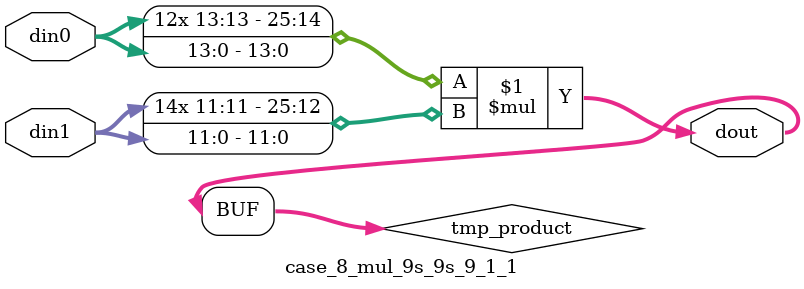
<source format=v>

`timescale 1 ns / 1 ps

 module case_8_mul_9s_9s_9_1_1(din0, din1, dout);
parameter ID = 1;
parameter NUM_STAGE = 0;
parameter din0_WIDTH = 14;
parameter din1_WIDTH = 12;
parameter dout_WIDTH = 26;

input [din0_WIDTH - 1 : 0] din0; 
input [din1_WIDTH - 1 : 0] din1; 
output [dout_WIDTH - 1 : 0] dout;

wire signed [dout_WIDTH - 1 : 0] tmp_product;



























assign tmp_product = $signed(din0) * $signed(din1);








assign dout = tmp_product;





















endmodule

</source>
